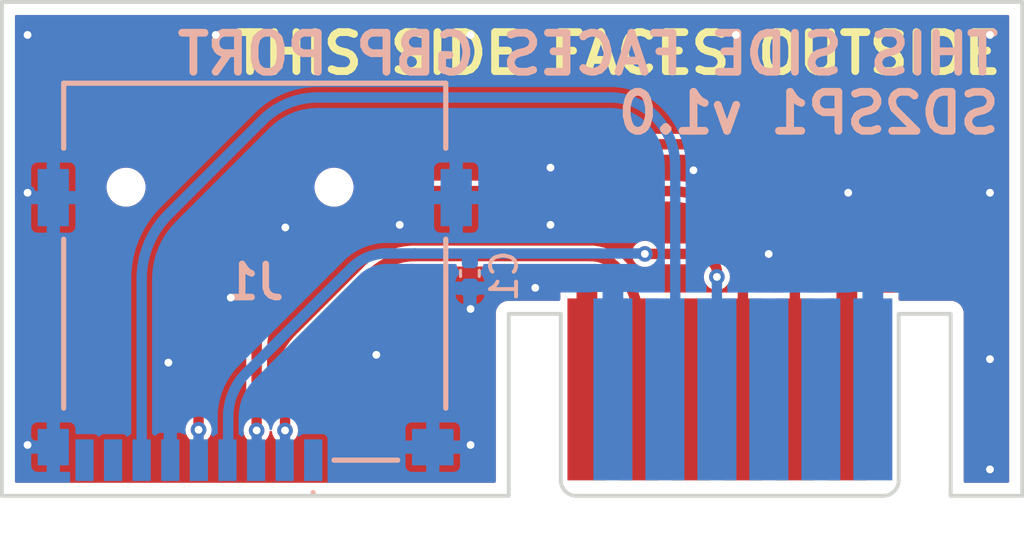
<source format=kicad_pcb>
(kicad_pcb (version 20240108) (generator "pcbnew") (generator_version "8.0")
  (layers (0 "F.Cu" signal) (31 "B.Cu" signal) (34 "B.Paste" user) (35 "F.Paste" user) (36 "B.SilkS" user "B.Silkscreen") (37 "F.SilkS" user "F.Silkscreen") (38 "B.Mask" user) (39 "F.Mask" user) (44 "Edge.Cuts" user))
  (net 0 "")
  (net 1 "/+3v3")
  (net 2 "GND")
  (net 3 "/CS")
  (net 5 "/CLK")
  (net 8 "/DI")
  (net 9 "/DO")
  (footprint "GCSP1_Library:SP1_FootPrint" (layer "B.Cu") (at 140.9022 118.0292 180)
    (property "Reference" "P1")
    (property "Value" "SerialPort")
    (pad "1" smd rect (at 0 0 180) (size 1.5 7) (layers "B.Cu" "B.Mask") (net 2 "GND"))
    (pad "2" smd rect (at 1 0 180) (size 1.5 7) (layers "F.Cu" "F.Mask") (net 2 "GND"))
    (pad "3" smd rect (at 2 0 180) (size 1.5 7) (layers "B.Cu" "B.Mask"))
    (pad "4" smd rect (at 3 0 180) (size 1.5 7) (layers "F.Cu" "F.Mask") (net 5 "/CLK"))
    (pad "5" smd rect (at 4 0 180) (size 1.5 7) (layers "B.Cu" "B.Mask"))
    (pad "6" smd rect (at 5 0 180) (size 1.5 7) (layers "F.Cu" "F.Mask") (net 9 "/DO"))
    (pad "7" smd rect (at 6 0 180) (size 1.5 7) (layers "B.Cu" "B.Mask") (net 1 "/+3v3"))
    (pad "8" smd rect (at 7 0 180) (size 1.5 7) (layers "F.Cu" "F.Mask") (net 1 "/+3v3"))
    (pad "9" smd rect (at 8 0 180) (size 1.5 7) (layers "B.Cu" "B.Mask") (net 8 "/DI"))
    (pad "10" smd rect (at 9 0 180) (size 1.5 7) (layers "F.Cu" "F.Mask") (net 3 "/CS"))
    (pad "11" smd rect (at 10 0 180) (size 1.5 7) (layers "B.Cu" "B.Mask") (net 2 "GND"))
    (pad "12" smd rect (at 11 0 180) (size 1.5 7) (layers "F.Cu" "F.Mask") (net 2 "GND"))
  )
  (footprint "MICROSDCARD_Library:MICROSDCARD" (layer "B.Cu") (at 117.1224 113.9016)
    (property "Reference" "J1" (at 0 0 0) (layer "B.SilkS") (effects (font (size 1.27 1.27) (thickness 0.254)) (justify mirror)))
    (property "Value" "MICRO-SD-CARD" (hide yes))
    (fp_line (start -7.35 -7.65) (end -7.35 -5.15) (stroke (width 0.2)) (layer "B.SilkS"))
    (fp_line (start -7.35 -1.65) (end -7.35 4.85) (stroke (width 0.2)) (layer "B.SilkS"))
    (fp_line (start 2.25 8.05) (end 2.25 8.05) (stroke (width 0.1)) (layer "B.SilkS"))
    (fp_line (start 2.25 8.15) (end 2.25 8.15) (stroke (width 0.1)) (layer "B.SilkS"))
    (fp_line (start 5.5 6.85) (end 3.05 6.85) (stroke (width 0.2)) (layer "B.SilkS"))
    (fp_line (start 7.35 -7.65) (end -7.35 -7.65) (stroke (width 0.2)) (layer "B.SilkS"))
    (fp_line (start 7.35 -5.15) (end 7.35 -7.65) (stroke (width 0.2)) (layer "B.SilkS"))
    (fp_line (start 7.35 -1.65) (end 7.35 4.85) (stroke (width 0.2)) (layer "B.SilkS"))
    (fp_arc (start 2.25 8.05) (mid 2.3 8.1) (end 2.25 8.15) (stroke (width 0.1)) (layer "B.SilkS"))
    (fp_arc (start 2.25 8.15) (mid 2.2 8.1) (end 2.25 8.05) (stroke (width 0.1)) (layer "B.SilkS"))
    (pad "" np_thru_hole circle (at -4.95 -3.65) (size 1 1) (drill 1) (layers "*.Cu" "*.Mask"))
    (pad "" np_thru_hole circle (at 3.05 -3.65) (size 1 1) (drill 1) (layers "*.Cu" "*.Mask"))
    (pad "1" smd rect (at 2.25 6.85) (size 0.7 1.6) (layers "B.Cu" "B.Paste" "B.Mask"))
    (pad "2" smd rect (at 1.15 6.85) (size 0.7 1.6) (layers "B.Cu" "B.Paste" "B.Mask") (net 3 "/CS"))
    (pad "3" smd rect (at 0.05 6.85) (size 0.7 1.6) (layers "B.Cu" "B.Paste" "B.Mask") (net 9 "/DO"))
    (pad "4" smd rect (at -1.05 6.85) (size 0.7 1.6) (layers "B.Cu" "B.Paste" "B.Mask") (net 1 "/+3v3"))
    (pad "5" smd rect (at -2.15 6.85) (size 0.7 1.6) (layers "B.Cu" "B.Paste" "B.Mask") (net 5 "/CLK"))
    (pad "6" smd rect (at -3.25 6.85) (size 0.7 1.6) (layers "B.Cu" "B.Paste" "B.Mask") (net 2 "GND"))
    (pad "7" smd rect (at -4.35 6.85) (size 0.7 1.6) (layers "B.Cu" "B.Paste" "B.Mask") (net 8 "/DI"))
    (pad "8" smd rect (at -5.45 6.85) (size 0.7 1.6) (layers "B.Cu" "B.Paste" "B.Mask"))
    (pad "CD1" smd rect (at -6.55 6.85) (size 0.7 1.6) (layers "B.Cu" "B.Paste" "B.Mask"))
    (pad "G1" smd rect (at -7.75 6.35) (size 1.2 1.4) (layers "B.Cu" "B.Paste" "B.Mask") (net 2 "GND"))
    (pad "MP1" smd rect (at 6.85 6.35 270) (size 1.4 1.6) (layers "B.Cu" "B.Paste" "B.Mask") (net 2 "GND"))
    (pad "MP2" smd rect (at 7.75 -3.25) (size 1.2 2.2) (layers "B.Cu" "B.Paste" "B.Mask") (net 2 "GND"))
    (pad "MP3" smd rect (at -7.75 -3.25) (size 1.2 2.2) (layers "B.Cu" "B.Paste" "B.Mask") (net 2 "GND"))
  )
  (footprint "Capacitor_SMD:C_0402_1005Metric_Pad0.74x0.62mm_HandSolder" (layer "B.Cu") (at 125.4 113.5675 -90)
    (property "Reference" "C1" (at 0.1016 -1.3208 90) (layer "B.SilkS") (effects (justify mirror)))
    (property "Value" "22uF")
    (fp_line (start 0.115835 0.36) (end -0.115835 0.36) (stroke (width 0.12)) (layer "B.SilkS"))
    (fp_line (start 0.115835 -0.36) (end -0.115835 -0.36) (stroke (width 0.12)) (layer "B.SilkS"))
    (pad "1" smd roundrect (at -0.5675 0 270) (size 0.735 0.62) (layers "B.Cu" "B.Paste" "B.Mask") (net 1 "/+3v3"))
    (pad "2" smd roundrect (at 0.5675 0 270) (size 0.735 0.62) (layers "B.Cu" "B.Paste" "B.Mask") (net 2 "GND"))
  )
  (gr_line (start 129.497 122.124) (end 141.297 122.124) (stroke (width 0.15)) (layer "Edge.Cuts"))
  (gr_line (start 146.647 103.124) (end 146.647 122.124) (stroke (width 0.15)) (layer "Edge.Cuts"))
  (gr_line (start 126.897 122.124) (end 107.397 122.124) (stroke (width 0.15)) (layer "Edge.Cuts"))
  (gr_line (start 126.897 115.124) (end 126.897 122.124) (stroke (width 0.15)) (layer "Edge.Cuts"))
  (gr_arc (start 141.897 121.524) (mid 141.721264 121.948264) (end 141.297 122.124) (stroke (width 0.15)) (layer "Edge.Cuts"))
  (gr_arc (start 129.497 122.124) (mid 129.072742 121.948258) (end 128.897 121.524) (stroke (width 0.15)) (layer "Edge.Cuts"))
  (gr_line (start 143.897 115.124) (end 143.897 122.124) (stroke (width 0.15)) (layer "Edge.Cuts"))
  (gr_line (start 141.897 121.524) (end 141.897 115.124) (stroke (width 0.15)) (layer "Edge.Cuts"))
  (gr_line (start 143.897 122.124) (end 146.647 122.124) (stroke (width 0.15)) (layer "Edge.Cuts"))
  (gr_line (start 107.397 103.124) (end 146.647 103.124) (stroke (width 0.15)) (layer "Edge.Cuts"))
  (gr_line (start 128.897 121.524) (end 128.897 115.124) (stroke (width 0.15)) (layer "Edge.Cuts"))
  (gr_line (start 107.397 122.124) (end 107.397 103.124) (stroke (width 0.15)) (layer "Edge.Cuts"))
  (gr_line (start 126.897 115.124) (end 128.897 115.124) (stroke (width 0.15)) (layer "Edge.Cuts"))
  (gr_line (start 141.897 115.124) (end 143.897 115.124) (stroke (width 0.15)) (layer "Edge.Cuts"))
  (gr_text "THIS SIDE FACES GBP PORT" (at 129.9396 105.1306 0) (layer "B.SilkS") (effects (font (size 1.5 1.5) (thickness 0.3)) (justify mirror)))
  (gr_text "SD2SP1 v1.0" (at 145.9162 108.2802 0) (layer "B.SilkS") (effects (font (size 1.5 1.5) (thickness 0.3) (bold yes)) (justify left bottom mirror)))
  (gr_text "THIS SIDE FACES OUTSIDE" (at 131.0826 105.1052 0) (layer "F.SilkS") (effects (font (size 1.5 1.5) (thickness 0.3))))
  (segment (start 134.9022 113.504782) (end 134.9022 113.7022) (width 0.4) (layer "F.Cu") (net 1))
  (segment (start 132.1308 112.8172) (end 134.017261 112.8172) (width 0.4) (layer "F.Cu") (net 1))
  (segment (start 134.7 113.1) (end 134.761905 113.16608) (width 0.4) (layer "F.Cu") (net 1))
  (via (at 134.9022 113.7022) (size 0.6) (drill 0.3) (layers "F.Cu" "B.Cu") (net 1))
  (via (at 132.1308 112.8172) (size 0.6) (drill 0.3) (layers "F.Cu" "B.Cu") (net 1))
  (arc (start 134.017261 112.8172) (mid 134.386756 112.890698) (end 134.7 113.1) (width 0.4) (layer "F.Cu") (net 1))
  (arc (start 134.761905 113.16608) (mid 134.865738 113.321478) (end 134.9022 113.504782) (width 0.4) (layer "F.Cu") (net 1))
  (segment (start 123.3 112.8) (end 122.4 112.8) (width 0.4) (layer "B.Cu") (net 1))
  (segment (start 123.301994 112.801994) (end 123.3 112.8) (width 0.4) (layer "B.Cu") (net 1))
  (segment (start 116.1 119.1) (end 116.1 119.3) (width 0.4) (layer "B.Cu") (net 1))
  (segment (start 116.1 119.3) (end 116.1 120.684968) (width 0.4) (layer "B.Cu") (net 1))
  (segment (start 122.4 112.8) (end 122.2 112.8) (width 0.4) (layer "B.Cu") (net 1))
  (segment (start 125.410938 112.821562) (end 125.570444 112.821562) (width 0.4) (layer "B.Cu") (net 1))
  (segment (start 134.9022 113.7022) (end 134.9022 118.0292) (width 0.4) (layer "B.Cu") (net 1))
  (segment (start 116.1 118.889949) (end 116.1 119.1) (width 0.4) (layer "B.Cu") (net 1))
  (segment (start 125.4153 112.8172) (end 125.410938 112.821562) (width 0.4) (layer "B.Cu") (net 1))
  (segment (start 120.350381 113.84563) (end 116.809928 117.386083) (width 0.4) (layer "B.Cu") (net 1))
  (segment (start 120.834314 113.365685) (end 120.4 113.8) (width 0.4) (layer "B.Cu") (net 1))
  (segment (start 132.09409 112.801994) (end 123.301994 112.801994) (width 0.4) (layer "B.Cu") (net 1))
  (segment (start 122.4 112.8) (end 122.048528 112.8) (width 0.4) (layer "B.Cu") (net 1))
  (segment (start 120.4 113.8) (end 120.350381 113.84563) (width 0.4) (layer "B.Cu") (net 1))
  (arc (start 122.2 112.8) (mid 121.460896 112.947017) (end 120.834314 113.365685) (width 0.4) (layer "B.Cu") (net 1))
  (arc (start 132.1308 112.8172) (mid 132.113957 112.805946) (end 132.09409 112.801994) (width 0.4) (layer "B.Cu") (net 1))
  (arc (start 116.809928 117.386083) (mid 116.284504 118.172434) (end 116.1 119.1) (width 0.4) (layer "B.Cu") (net 1))
  (arc (start 116.1 120.684968) (mid 116.092827 120.721029) (end 116.0724 120.7516) (width 0.2) (layer "B.Cu") (net 1))
  (arc (start 125.4 112.8325) (mid 125.364002 112.808446) (end 125.321539 112.8) (width 0.2) (layer "B.Cu") (net 1))
  (segment (start 139.9022 113.92) (end 139.9032 113.919) (width 0.2) (layer "F.Cu") (net 2))
  (segment (start 129.8956 113.8682) (end 129.9022 113.8748) (width 0.2) (layer "F.Cu") (net 2))
  (segment (start 129.9022 113.8748) (end 129.9022 118.0292) (width 0.8) (layer "F.Cu") (net 2))
  (segment (start 139.9022 118.0292) (end 139.9022 113.92) (width 0.8) (layer "F.Cu") (net 2))
  (via (at 125.4252 120.1674) (size 0.6) (drill 0.3) (layers "F.Cu" "B.Cu") (net 2))
  (via (at 136.895788 112.820725) (size 0.6) (drill 0.3) (layers "F.Cu" "B.Cu") (net 2))
  (via (at 145.4082 110.4646) (size 0.6) (drill 0.3) (layers "F.Cu" "B.Cu") (net 2))
  (via (at 108.3818 120.1674) (size 0.6) (drill 0.3) (layers "F.Cu" "B.Cu") (net 2))
  (via (at 118.3 111.8) (size 0.6) (drill 0.3) (layers "F.Cu" "B.Cu") (net 2))
  (via (at 121.8 116.7) (size 0.6) (drill 0.3) (layers "F.Cu" "B.Cu") (net 2))
  (via (at 127.9144 114.1222) (size 0.6) (drill 0.3) (layers "F.Cu" "B.Cu") (net 2))
  (via (at 145.4082 104.394) (size 0.6) (drill 0.3) (layers "F.Cu" "B.Cu") (net 2))
  (via (at 135.636 104.394) (size 0.6) (drill 0.3) (layers "F.Cu" "B.Cu") (net 2))
  (via (at 125.4252 104.394) (size 0.6) (drill 0.3) (layers "F.Cu" "B.Cu") (net 2))
  (via (at 113.8 117) (size 0.6) (drill 0.3) (layers "F.Cu" "B.Cu") (net 2))
  (via (at 134 109.6) (size 0.6) (drill 0.3) (layers "F.Cu" "B.Cu") (net 2))
  (via (at 145.4082 116.8654) (size 0.6) (drill 0.3) (layers "F.Cu" "B.Cu") (net 2))
  (via (at 108.3818 110.4646) (size 0.6) (drill 0.3) (layers "F.Cu" "B.Cu") (net 2))
  (via (at 116.2 114.5) (size 0.6) (drill 0.3) (layers "F.Cu" "B.Cu") (net 2))
  (via (at 115.6208 104.394) (size 0.6) (drill 0.3) (layers "F.Cu" "B.Cu") (net 2))
  (via (at 108.3818 104.394) (size 0.6) (drill 0.3) (layers "F.Cu" "B.Cu") (net 2))
  (via (at 128.5 109.5) (size 0.6) (drill 0.3) (layers "F.Cu" "B.Cu") (net 2))
  (via (at 139.954 110.4646) (size 0.6) (drill 0.3) (layers "F.Cu" "B.Cu") (net 2))
  (via (at 128.5 111.7) (size 0.6) (drill 0.3) (layers "F.Cu" "B.Cu") (net 2))
  (via (at 122.7 111.7) (size 0.6) (drill 0.3) (layers "F.Cu" "B.Cu") (net 2))
  (via (at 125.4252 114.935) (size 0.6) (drill 0.3) (layers "F.Cu" "B.Cu") (net 2))
  (via (at 145.4082 121.1072) (size 0.6) (drill 0.3) (layers "F.Cu" "B.Cu") (net 2))
  (segment (start 140.9192 113.8428) (end 140.9022 113.8598) (width 0.4) (layer "B.Cu") (net 2))
  (segment (start 130.8862 113.8682) (end 130.9022 113.8842) (width 0.2) (layer "B.Cu") (net 2))
  (segment (start 140.9022 113.8598) (end 140.9022 118.0292) (width 0.8) (layer "B.Cu") (net 2))
  (segment (start 130.9022 113.8842) (end 130.9022 118.0292) (width 0.8) (layer "B.Cu") (net 2))
  (segment (start 118.2878 119.6086) (end 118.2878 117.919402) (width 0.4) (layer "F.Cu") (net 3))
  (segment (start 119 116.2) (end 121.592893 113.607107) (width 0.4) (layer "F.Cu") (net 3))
  (segment (start 123.3 112.9) (end 130.034315 112.9) (width 0.4) (layer "F.Cu") (net 3))
  (segment (start 131.9022 115.478103) (end 131.9022 118.0292) (width 0.4) (layer "F.Cu") (net 3))
  (via (at 118.2878 119.6086) (size 0.6) (drill 0.3) (layers "F.Cu" "B.Cu") (net 3))
  (arc (start 121.592893 113.607107) (mid 122.37612 113.083771) (end 123.3 112.9) (width 0.4) (layer "F.Cu") (net 3))
  (arc (start 130.034315 112.9) (mid 130.55694 113.003957) (end 131 113.3) (width 0.4) (layer "F.Cu") (net 3))
  (arc (start 118.2878 117.919402) (mid 118.472895 116.988869) (end 119 116.2) (width 0.4) (layer "F.Cu") (net 3))
  (arc (start 131 113.3) (mid 131.667726 114.299322) (end 131.9022 115.478103) (width 0.4) (layer "F.Cu") (net 3))
  (segment (start 118.2878 120.7362) (end 118.2724 120.7516) (width 0.2) (layer "B.Cu") (net 3))
  (segment (start 118.2878 119.6086) (end 118.2878 120.7362) (width 0.4) (layer "B.Cu") (net 3))
  (segment (start 137.9022 115.2792) (end 137.922 115.2594) (width 0.4) (layer "F.Cu") (net 5))
  (segment (start 116.1 112) (end 118.792893 109.307107) (width 0.4) (layer "F.Cu") (net 5))
  (segment (start 137.9022 118.0292) (end 137.9022 115.2792) (width 0.4) (layer "F.Cu") (net 5))
  (segment (start 137.9022 112.802367) (end 137.9022 118.0292) (width 0.4) (layer "F.Cu") (net 5))
  (segment (start 120.5 108.6) (end 133.561523 108.6) (width 0.4) (layer "F.Cu") (net 5))
  (segment (start 114.9604 119.5832) (end 114.9604 114.751237) (width 0.4) (layer "F.Cu") (net 5))
  (via (at 114.9604 119.5832) (size 0.6) (drill 0.3) (layers "F.Cu" "B.Cu") (net 5))
  (arc (start 118.792893 109.307107) (mid 119.57612 108.783771) (end 120.5 108.6) (width 0.4) (layer "F.Cu") (net 5))
  (arc (start 114.9604 114.751237) (mid 115.256572 113.262279) (end 116.1 112) (width 0.4) (layer "F.Cu") (net 5))
  (arc (start 136.7 109.9) (mid 137.589758 111.231617) (end 137.9022 112.802367) (width 0.4) (layer "F.Cu") (net 5))
  (arc (start 133.561523 108.6) (mid 135.260054 108.937859) (end 136.7 109.9) (width 0.4) (layer "F.Cu") (net 5))
  (segment (start 114.9604 119.5832) (end 114.9604 120.7396) (width 0.4) (layer "B.Cu") (net 5))
  (segment (start 114.9604 120.7396) (end 114.9724 120.7516) (width 0.4) (layer "B.Cu") (net 5))
  (segment (start 130.810051 106.8) (end 120.141421 106.8) (width 0.4) (layer "B.Cu") (net 8))
  (segment (start 117.427208 107.672792) (end 113.8 111.3) (width 0.4) (layer "B.Cu") (net 8))
  (segment (start 133.3 117.068826) (end 133.3 109.43137) (width 0.4) (layer "B.Cu") (net 8))
  (segment (start 133.188672 117.742728) (end 132.9022 118.0292) (width 0.4) (layer "B.Cu") (net 8))
  (segment (start 120.141421 106.8) (end 119.534314 106.8) (width 0.4) (layer "B.Cu") (net 8))
  (segment (start 112.7724 113.780845) (end 112.7724 120.7516) (width 0.4) (layer "B.Cu") (net 8))
  (arc (start 132.5 107.5) (mid 131.724645 106.981924) (end 130.810051 106.8) (width 0.4) (layer "B.Cu") (net 8))
  (arc (start 132.9022 118.0292) (mid 133.196615 117.588577) (end 133.3 117.068826) (width 0.4) (layer "B.Cu") (net 8))
  (arc (start 133.3 109.43137) (mid 133.092087 108.38612) (end 132.5 107.5) (width 0.4) (layer "B.Cu") (net 8))
  (arc (start 119.534314 106.8) (mid 118.393957 107.026831) (end 117.427208 107.672792) (width 0.4) (layer "B.Cu") (net 8))
  (arc (start 113.8 111.3) (mid 113.039465 112.438221) (end 112.7724 113.780845) (width 0.4) (layer "B.Cu") (net 8))
  (segment (start 118 114.5) (end 121.392893 111.107107) (width 0.4) (layer "F.Cu") (net 9))
  (segment (start 135.9022 112.753839) (end 135.9022 118.0292) (width 0.4) (layer "F.Cu") (net 9))
  (segment (start 123.1 110.4) (end 133.127208 110.4) (width 0.4) (layer "F.Cu") (net 9))
  (segment (start 117.1956 119.6086) (end 117.1956 116.441993) (width 0.4) (layer "F.Cu") (net 9))
  (via (at 117.1956 119.6086) (size 0.6) (drill 0.3) (layers "F.Cu" "B.Cu") (net 9))
  (arc (start 121.392893 111.107107) (mid 122.17612 110.583771) (end 123.1 110.4) (width 0.4) (layer "F.Cu") (net 9))
  (arc (start 117.1956 116.441993) (mid 117.404657 115.390994) (end 118 114.5) (width 0.4) (layer "F.Cu") (net 9))
  (arc (start 135.3 111.3) (mid 135.745693 111.967027) (end 135.9022 112.753839) (width 0.4) (layer "F.Cu") (net 9))
  (arc (start 133.127208 110.4) (mid 134.303114 110.633903) (end 135.3 111.3) (width 0.4) (layer "F.Cu") (net 9))
  (arc (start 136 117.79309) (mid 135.974582 117.920872) (end 135.9022 118.0292) (width 0.4) (layer "F.Cu") (net 9))
  (segment (start 117.1956 119.6086) (end 117.1956 120.7284) (width 0.4) (layer "B.Cu") (net 9))
  (segment (start 117.1956 120.7284) (end 117.1724 120.7516) (width 0.4) (layer "B.Cu") (net 9))
  (zone (net 0) (net_name "") (layers "F&B.Cu") (connect_pads (clearance 0)) (min_thickness 0.1)
    (keepout (tracks allowed) (vias allowed) (pads allowed) (copperpour not_allowed) (footprints allowed))
    (fill (thermal_gap 0.508) (thermal_bridge_width 0.508))
    (polygon (pts (xy 128.8796 121.6914) (xy 129.286 122.0978) (xy 141.5288 122.0978) (xy 141.9098 121.7168) (xy 141.9098 114.6) (xy 141.9 114.6) (xy 128.9 114.6) (xy 128.8796 114.6)))
  )
  (zone (net 0) (net_name "") (layers "F&B.Cu") (connect_pads (clearance 0)) (min_thickness 0.1)
    (keepout (tracks allowed) (vias allowed) (pads allowed) (copperpour not_allowed) (footprints allowed))
    (fill (thermal_gap 0.508) (thermal_bridge_width 0.508))
    (polygon (pts (xy 128.8796 121.6914) (xy 129.286 122.0978) (xy 141.5288 122.0978) (xy 141.9098 121.7168) (xy 141.9098 115.189) (xy 141.8844 115.1636) (xy 141.8844 114.6254) (xy 141.891492 114.308508) (xy 128.8796 114.3)))
  )
  (zone (net 2) (net_name "GND") (layers "F&B.Cu") (connect_pads (clearance 0)) (min_thickness 0.1) (fill yes (thermal_gap 0.25) (thermal_bridge_width 0.508))
    (polygon (pts (xy 146.6596 103.1494) (xy 146.6596 121.793) (xy 146.6596 122.1232) (xy 143.891 122.1232) (xy 143.8656 122.0978) (xy 143.8656 115.1382) (xy 141.9098 115.1382) (xy 141.8844 115.1636) (xy 141.8844 121.7422) (xy 141.5288 122.0978) (xy 129.3114 122.0978) (xy 128.905 121.6914) (xy 128.905 115.1382) (xy 128.8796 115.1128) (xy 126.8984 115.1128) (xy 126.873 115.1382) (xy 126.873 122.1232) (xy 107.3912 122.1232) (xy 107.3912 103.1494)))
  )
)
</source>
